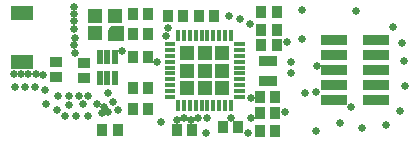
<source format=gts>
G75*
G70*
%OFA0B0*%
%FSLAX24Y24*%
%IPPOS*%
%LPD*%
%AMOC8*
5,1,8,0,0,1.08239X$1,22.5*
%
%ADD10C,0.0157*%
%ADD11R,0.0276X0.0157*%
%ADD12R,0.0157X0.0276*%
%ADD13R,0.0453X0.0453*%
%ADD14R,0.0356X0.0434*%
%ADD15R,0.0512X0.0472*%
%ADD16C,0.0020*%
%ADD17R,0.0631X0.0356*%
%ADD18R,0.0218X0.0474*%
%ADD19R,0.0434X0.0356*%
%ADD20R,0.0749X0.0474*%
%ADD21R,0.0887X0.0379*%
%ADD22C,0.0260*%
D10*
X005798Y001884D03*
X005798Y002081D03*
X005798Y002278D03*
X005798Y002475D03*
X005798Y002672D03*
X005798Y002868D03*
X005798Y003065D03*
X005798Y003262D03*
X005798Y003459D03*
X005798Y003656D03*
X005975Y003833D03*
X006172Y003833D03*
X006369Y003833D03*
X006566Y003833D03*
X006763Y003833D03*
X006959Y003833D03*
X007156Y003833D03*
X007353Y003833D03*
X007550Y003833D03*
X007747Y003833D03*
X007924Y003656D03*
X007924Y003459D03*
X007924Y003262D03*
X007924Y003065D03*
X007924Y002868D03*
X007924Y002672D03*
X007924Y002475D03*
X007924Y002278D03*
X007924Y002081D03*
X007924Y001884D03*
X007747Y001707D03*
X007550Y001707D03*
X007353Y001707D03*
X007156Y001707D03*
X006959Y001707D03*
X006763Y001707D03*
X006566Y001707D03*
X006369Y001707D03*
X006172Y001707D03*
X005975Y001707D03*
D11*
X005660Y001884D03*
X005660Y002081D03*
X005660Y002278D03*
X005660Y002475D03*
X005660Y002672D03*
X005660Y002868D03*
X005660Y003065D03*
X005660Y003262D03*
X005660Y003459D03*
X005660Y003656D03*
X008062Y003656D03*
X008062Y003459D03*
X008062Y003262D03*
X008062Y003065D03*
X008062Y002868D03*
X008062Y002672D03*
X008062Y002475D03*
X008062Y002278D03*
X008062Y002081D03*
X008062Y001884D03*
D12*
X007747Y001569D03*
X007550Y001569D03*
X007353Y001569D03*
X007156Y001569D03*
X006959Y001569D03*
X006763Y001569D03*
X006566Y001569D03*
X006369Y001569D03*
X006172Y001569D03*
X005975Y001569D03*
X005975Y003971D03*
X006172Y003971D03*
X006369Y003971D03*
X006566Y003971D03*
X006763Y003971D03*
X006959Y003971D03*
X007156Y003971D03*
X007353Y003971D03*
X007550Y003971D03*
X007747Y003971D03*
D13*
X007432Y003341D03*
X006861Y003341D03*
X006290Y003341D03*
X006290Y002770D03*
X006861Y002770D03*
X007432Y002770D03*
X007432Y002199D03*
X006861Y002199D03*
X006290Y002199D03*
D14*
X004989Y002181D03*
X004477Y002181D03*
X004468Y001500D03*
X004980Y001500D03*
X005943Y000794D03*
X006455Y000794D03*
X007467Y000902D03*
X007979Y000902D03*
X008704Y000750D03*
X009216Y000750D03*
X009212Y001366D03*
X008700Y001366D03*
X008710Y001895D03*
X009222Y001895D03*
X004986Y003221D03*
X004474Y003221D03*
X004474Y003982D03*
X004986Y003982D03*
X005640Y004576D03*
X006152Y004576D03*
X006675Y004576D03*
X007187Y004576D03*
X008750Y004711D03*
X009262Y004711D03*
X009261Y004130D03*
X008749Y004130D03*
X008756Y003625D03*
X009268Y003625D03*
X004983Y004658D03*
X004471Y004658D03*
X003965Y000789D03*
X003453Y000789D03*
D15*
X003211Y004023D03*
X003211Y004575D03*
X003881Y004575D03*
D16*
X003763Y004250D02*
X004127Y004250D01*
X004127Y003797D01*
X003635Y003797D01*
X003635Y004122D01*
X003763Y004250D01*
X003758Y004246D02*
X004127Y004246D01*
X004127Y004227D02*
X003740Y004227D01*
X003721Y004209D02*
X004127Y004209D01*
X004127Y004190D02*
X003703Y004190D01*
X003684Y004172D02*
X004127Y004172D01*
X004127Y004153D02*
X003666Y004153D01*
X003647Y004135D02*
X004127Y004135D01*
X004127Y004116D02*
X003635Y004116D01*
X003635Y004098D02*
X004127Y004098D01*
X004127Y004079D02*
X003635Y004079D01*
X003635Y004061D02*
X004127Y004061D01*
X004127Y004042D02*
X003635Y004042D01*
X003635Y004024D02*
X004127Y004024D01*
X004127Y004005D02*
X003635Y004005D01*
X003635Y003987D02*
X004127Y003987D01*
X004127Y003968D02*
X003635Y003968D01*
X003635Y003950D02*
X004127Y003950D01*
X004127Y003931D02*
X003635Y003931D01*
X003635Y003913D02*
X004127Y003913D01*
X004127Y003894D02*
X003635Y003894D01*
X003635Y003876D02*
X004127Y003876D01*
X004127Y003857D02*
X003635Y003857D01*
X003635Y003839D02*
X004127Y003839D01*
X004127Y003820D02*
X003635Y003820D01*
X003635Y003802D02*
X004127Y003802D01*
D17*
X008972Y003077D03*
X008972Y002407D03*
D18*
X003874Y002519D03*
X003618Y002519D03*
X003362Y002519D03*
X003362Y003207D03*
X003618Y003207D03*
X003874Y003207D03*
D19*
X002851Y003032D03*
X001922Y003056D03*
X001922Y002544D03*
X002851Y002520D03*
D20*
X000781Y003057D03*
X000781Y004699D03*
D21*
X011186Y003771D03*
X011186Y003271D03*
X011186Y002771D03*
X011186Y002271D03*
X011186Y001771D03*
X012588Y001771D03*
X012588Y002271D03*
X012588Y002771D03*
X012588Y003271D03*
X012588Y003771D03*
D22*
X002204Y001253D03*
X001956Y001447D03*
X002344Y001622D03*
X002803Y001652D03*
X003275Y001658D03*
X003523Y001568D03*
X003644Y001404D03*
X003438Y001338D03*
X003964Y001447D03*
X003795Y001719D03*
X003656Y002016D03*
X002972Y001937D03*
X002670Y001931D03*
X002337Y001931D03*
X001981Y001931D03*
X001533Y002137D03*
X001219Y002215D03*
X000880Y002215D03*
X000547Y002228D03*
X000505Y002651D03*
X000735Y002645D03*
X000965Y002645D03*
X001231Y002645D03*
X001479Y002627D03*
X002537Y003365D03*
X002525Y003607D03*
X002531Y003868D03*
X002525Y004170D03*
X002525Y004425D03*
X002526Y004664D03*
X002526Y004882D03*
X003881Y004022D03*
X004991Y003973D03*
X005570Y003919D03*
X005635Y004196D03*
X004126Y003425D03*
X005275Y003056D03*
X008395Y001856D03*
X009535Y001376D03*
X008395Y001196D03*
X007735Y001196D03*
X006955Y001196D03*
X006655Y001196D03*
X006415Y001136D03*
X006175Y001196D03*
X005935Y001136D03*
X005419Y001065D03*
X006912Y000696D03*
X008326Y000696D03*
X010571Y000764D03*
X011384Y001035D03*
X012107Y000861D03*
X012899Y000945D03*
X013389Y001430D03*
X011755Y001556D03*
X010571Y002065D03*
X010202Y002023D03*
X009742Y002689D03*
X010615Y002936D03*
X009730Y003064D03*
X009595Y003716D03*
X010105Y003827D03*
X008369Y004336D03*
X008038Y004472D03*
X007666Y004590D03*
X010105Y004785D03*
X011905Y004763D03*
X013152Y004215D03*
X013455Y003688D03*
X013522Y003082D03*
X013528Y002265D03*
X002966Y001253D03*
X002591Y001253D03*
X001563Y001658D03*
M02*

</source>
